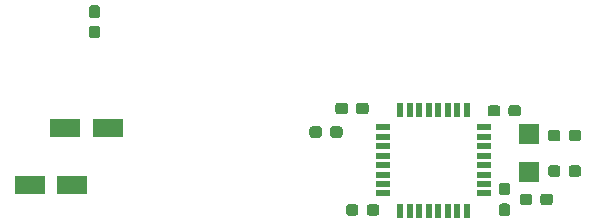
<source format=gbp>
G04 #@! TF.GenerationSoftware,KiCad,Pcbnew,(5.0.0-rc2-178-g3c7b91b96)*
G04 #@! TF.CreationDate,2018-10-30T10:49:57+01:00*
G04 #@! TF.ProjectId,pcb4,706362342E6B696361645F7063620000,1*
G04 #@! TF.SameCoordinates,Original*
G04 #@! TF.FileFunction,Paste,Bot*
G04 #@! TF.FilePolarity,Positive*
%FSLAX46Y46*%
G04 Gerber Fmt 4.6, Leading zero omitted, Abs format (unit mm)*
G04 Created by KiCad (PCBNEW (5.0.0-rc2-178-g3c7b91b96)) date 10/30/18 10:49:57*
%MOMM*%
%LPD*%
G01*
G04 APERTURE LIST*
%ADD10R,1.200000X0.600000*%
%ADD11R,0.600000X1.200000*%
%ADD12C,0.100000*%
%ADD13C,0.950000*%
%ADD14R,2.600000X1.600000*%
%ADD15R,1.800000X1.750000*%
G04 APERTURE END LIST*
D10*
G04 #@! TO.C,U2*
X103380000Y-94580000D03*
X103380000Y-95380000D03*
X103380000Y-96180000D03*
X103380000Y-96980000D03*
X103380000Y-97780000D03*
X103380000Y-98580000D03*
X103380000Y-99380000D03*
X103380000Y-100180000D03*
D11*
X101930000Y-101630000D03*
X101130000Y-101630000D03*
X100330000Y-101630000D03*
X99530000Y-101630000D03*
X98730000Y-101630000D03*
X97930000Y-101630000D03*
X97130000Y-101630000D03*
X96330000Y-101630000D03*
D10*
X94880000Y-100180000D03*
X94880000Y-99380000D03*
X94880000Y-98580000D03*
X94880000Y-97780000D03*
X94880000Y-96980000D03*
X94880000Y-96180000D03*
X94880000Y-95380000D03*
X94880000Y-94580000D03*
D11*
X96330000Y-93130000D03*
X97130000Y-93130000D03*
X97930000Y-93130000D03*
X98730000Y-93130000D03*
X99530000Y-93130000D03*
X100330000Y-93130000D03*
X101130000Y-93130000D03*
X101930000Y-93130000D03*
G04 #@! TD*
D12*
G04 #@! TO.C,R17*
G36*
X93415779Y-92506144D02*
X93438834Y-92509563D01*
X93461443Y-92515227D01*
X93483387Y-92523079D01*
X93504457Y-92533044D01*
X93524448Y-92545026D01*
X93543168Y-92558910D01*
X93560438Y-92574562D01*
X93576090Y-92591832D01*
X93589974Y-92610552D01*
X93601956Y-92630543D01*
X93611921Y-92651613D01*
X93619773Y-92673557D01*
X93625437Y-92696166D01*
X93628856Y-92719221D01*
X93630000Y-92742500D01*
X93630000Y-93217500D01*
X93628856Y-93240779D01*
X93625437Y-93263834D01*
X93619773Y-93286443D01*
X93611921Y-93308387D01*
X93601956Y-93329457D01*
X93589974Y-93349448D01*
X93576090Y-93368168D01*
X93560438Y-93385438D01*
X93543168Y-93401090D01*
X93524448Y-93414974D01*
X93504457Y-93426956D01*
X93483387Y-93436921D01*
X93461443Y-93444773D01*
X93438834Y-93450437D01*
X93415779Y-93453856D01*
X93392500Y-93455000D01*
X92817500Y-93455000D01*
X92794221Y-93453856D01*
X92771166Y-93450437D01*
X92748557Y-93444773D01*
X92726613Y-93436921D01*
X92705543Y-93426956D01*
X92685552Y-93414974D01*
X92666832Y-93401090D01*
X92649562Y-93385438D01*
X92633910Y-93368168D01*
X92620026Y-93349448D01*
X92608044Y-93329457D01*
X92598079Y-93308387D01*
X92590227Y-93286443D01*
X92584563Y-93263834D01*
X92581144Y-93240779D01*
X92580000Y-93217500D01*
X92580000Y-92742500D01*
X92581144Y-92719221D01*
X92584563Y-92696166D01*
X92590227Y-92673557D01*
X92598079Y-92651613D01*
X92608044Y-92630543D01*
X92620026Y-92610552D01*
X92633910Y-92591832D01*
X92649562Y-92574562D01*
X92666832Y-92558910D01*
X92685552Y-92545026D01*
X92705543Y-92533044D01*
X92726613Y-92523079D01*
X92748557Y-92515227D01*
X92771166Y-92509563D01*
X92794221Y-92506144D01*
X92817500Y-92505000D01*
X93392500Y-92505000D01*
X93415779Y-92506144D01*
X93415779Y-92506144D01*
G37*
D13*
X93105000Y-92980000D03*
D12*
G36*
X91665779Y-92506144D02*
X91688834Y-92509563D01*
X91711443Y-92515227D01*
X91733387Y-92523079D01*
X91754457Y-92533044D01*
X91774448Y-92545026D01*
X91793168Y-92558910D01*
X91810438Y-92574562D01*
X91826090Y-92591832D01*
X91839974Y-92610552D01*
X91851956Y-92630543D01*
X91861921Y-92651613D01*
X91869773Y-92673557D01*
X91875437Y-92696166D01*
X91878856Y-92719221D01*
X91880000Y-92742500D01*
X91880000Y-93217500D01*
X91878856Y-93240779D01*
X91875437Y-93263834D01*
X91869773Y-93286443D01*
X91861921Y-93308387D01*
X91851956Y-93329457D01*
X91839974Y-93349448D01*
X91826090Y-93368168D01*
X91810438Y-93385438D01*
X91793168Y-93401090D01*
X91774448Y-93414974D01*
X91754457Y-93426956D01*
X91733387Y-93436921D01*
X91711443Y-93444773D01*
X91688834Y-93450437D01*
X91665779Y-93453856D01*
X91642500Y-93455000D01*
X91067500Y-93455000D01*
X91044221Y-93453856D01*
X91021166Y-93450437D01*
X90998557Y-93444773D01*
X90976613Y-93436921D01*
X90955543Y-93426956D01*
X90935552Y-93414974D01*
X90916832Y-93401090D01*
X90899562Y-93385438D01*
X90883910Y-93368168D01*
X90870026Y-93349448D01*
X90858044Y-93329457D01*
X90848079Y-93308387D01*
X90840227Y-93286443D01*
X90834563Y-93263834D01*
X90831144Y-93240779D01*
X90830000Y-93217500D01*
X90830000Y-92742500D01*
X90831144Y-92719221D01*
X90834563Y-92696166D01*
X90840227Y-92673557D01*
X90848079Y-92651613D01*
X90858044Y-92630543D01*
X90870026Y-92610552D01*
X90883910Y-92591832D01*
X90899562Y-92574562D01*
X90916832Y-92558910D01*
X90935552Y-92545026D01*
X90955543Y-92533044D01*
X90976613Y-92523079D01*
X90998557Y-92515227D01*
X91021166Y-92509563D01*
X91044221Y-92506144D01*
X91067500Y-92505000D01*
X91642500Y-92505000D01*
X91665779Y-92506144D01*
X91665779Y-92506144D01*
G37*
D13*
X91355000Y-92980000D03*
G04 #@! TD*
D12*
G04 #@! TO.C,R18*
G36*
X89465779Y-94506144D02*
X89488834Y-94509563D01*
X89511443Y-94515227D01*
X89533387Y-94523079D01*
X89554457Y-94533044D01*
X89574448Y-94545026D01*
X89593168Y-94558910D01*
X89610438Y-94574562D01*
X89626090Y-94591832D01*
X89639974Y-94610552D01*
X89651956Y-94630543D01*
X89661921Y-94651613D01*
X89669773Y-94673557D01*
X89675437Y-94696166D01*
X89678856Y-94719221D01*
X89680000Y-94742500D01*
X89680000Y-95217500D01*
X89678856Y-95240779D01*
X89675437Y-95263834D01*
X89669773Y-95286443D01*
X89661921Y-95308387D01*
X89651956Y-95329457D01*
X89639974Y-95349448D01*
X89626090Y-95368168D01*
X89610438Y-95385438D01*
X89593168Y-95401090D01*
X89574448Y-95414974D01*
X89554457Y-95426956D01*
X89533387Y-95436921D01*
X89511443Y-95444773D01*
X89488834Y-95450437D01*
X89465779Y-95453856D01*
X89442500Y-95455000D01*
X88867500Y-95455000D01*
X88844221Y-95453856D01*
X88821166Y-95450437D01*
X88798557Y-95444773D01*
X88776613Y-95436921D01*
X88755543Y-95426956D01*
X88735552Y-95414974D01*
X88716832Y-95401090D01*
X88699562Y-95385438D01*
X88683910Y-95368168D01*
X88670026Y-95349448D01*
X88658044Y-95329457D01*
X88648079Y-95308387D01*
X88640227Y-95286443D01*
X88634563Y-95263834D01*
X88631144Y-95240779D01*
X88630000Y-95217500D01*
X88630000Y-94742500D01*
X88631144Y-94719221D01*
X88634563Y-94696166D01*
X88640227Y-94673557D01*
X88648079Y-94651613D01*
X88658044Y-94630543D01*
X88670026Y-94610552D01*
X88683910Y-94591832D01*
X88699562Y-94574562D01*
X88716832Y-94558910D01*
X88735552Y-94545026D01*
X88755543Y-94533044D01*
X88776613Y-94523079D01*
X88798557Y-94515227D01*
X88821166Y-94509563D01*
X88844221Y-94506144D01*
X88867500Y-94505000D01*
X89442500Y-94505000D01*
X89465779Y-94506144D01*
X89465779Y-94506144D01*
G37*
D13*
X89155000Y-94980000D03*
D12*
G36*
X91215779Y-94506144D02*
X91238834Y-94509563D01*
X91261443Y-94515227D01*
X91283387Y-94523079D01*
X91304457Y-94533044D01*
X91324448Y-94545026D01*
X91343168Y-94558910D01*
X91360438Y-94574562D01*
X91376090Y-94591832D01*
X91389974Y-94610552D01*
X91401956Y-94630543D01*
X91411921Y-94651613D01*
X91419773Y-94673557D01*
X91425437Y-94696166D01*
X91428856Y-94719221D01*
X91430000Y-94742500D01*
X91430000Y-95217500D01*
X91428856Y-95240779D01*
X91425437Y-95263834D01*
X91419773Y-95286443D01*
X91411921Y-95308387D01*
X91401956Y-95329457D01*
X91389974Y-95349448D01*
X91376090Y-95368168D01*
X91360438Y-95385438D01*
X91343168Y-95401090D01*
X91324448Y-95414974D01*
X91304457Y-95426956D01*
X91283387Y-95436921D01*
X91261443Y-95444773D01*
X91238834Y-95450437D01*
X91215779Y-95453856D01*
X91192500Y-95455000D01*
X90617500Y-95455000D01*
X90594221Y-95453856D01*
X90571166Y-95450437D01*
X90548557Y-95444773D01*
X90526613Y-95436921D01*
X90505543Y-95426956D01*
X90485552Y-95414974D01*
X90466832Y-95401090D01*
X90449562Y-95385438D01*
X90433910Y-95368168D01*
X90420026Y-95349448D01*
X90408044Y-95329457D01*
X90398079Y-95308387D01*
X90390227Y-95286443D01*
X90384563Y-95263834D01*
X90381144Y-95240779D01*
X90380000Y-95217500D01*
X90380000Y-94742500D01*
X90381144Y-94719221D01*
X90384563Y-94696166D01*
X90390227Y-94673557D01*
X90398079Y-94651613D01*
X90408044Y-94630543D01*
X90420026Y-94610552D01*
X90433910Y-94591832D01*
X90449562Y-94574562D01*
X90466832Y-94558910D01*
X90485552Y-94545026D01*
X90505543Y-94533044D01*
X90526613Y-94523079D01*
X90548557Y-94515227D01*
X90571166Y-94509563D01*
X90594221Y-94506144D01*
X90617500Y-94505000D01*
X91192500Y-94505000D01*
X91215779Y-94506144D01*
X91215779Y-94506144D01*
G37*
D13*
X90905000Y-94980000D03*
G04 #@! TD*
D14*
G04 #@! TO.C,C2*
X64930000Y-99480000D03*
X68530000Y-99480000D03*
G04 #@! TD*
G04 #@! TO.C,C1*
X67930000Y-94680000D03*
X71530000Y-94680000D03*
G04 #@! TD*
D12*
G04 #@! TO.C,C10*
G36*
X70690779Y-84261144D02*
X70713834Y-84264563D01*
X70736443Y-84270227D01*
X70758387Y-84278079D01*
X70779457Y-84288044D01*
X70799448Y-84300026D01*
X70818168Y-84313910D01*
X70835438Y-84329562D01*
X70851090Y-84346832D01*
X70864974Y-84365552D01*
X70876956Y-84385543D01*
X70886921Y-84406613D01*
X70894773Y-84428557D01*
X70900437Y-84451166D01*
X70903856Y-84474221D01*
X70905000Y-84497500D01*
X70905000Y-85072500D01*
X70903856Y-85095779D01*
X70900437Y-85118834D01*
X70894773Y-85141443D01*
X70886921Y-85163387D01*
X70876956Y-85184457D01*
X70864974Y-85204448D01*
X70851090Y-85223168D01*
X70835438Y-85240438D01*
X70818168Y-85256090D01*
X70799448Y-85269974D01*
X70779457Y-85281956D01*
X70758387Y-85291921D01*
X70736443Y-85299773D01*
X70713834Y-85305437D01*
X70690779Y-85308856D01*
X70667500Y-85310000D01*
X70192500Y-85310000D01*
X70169221Y-85308856D01*
X70146166Y-85305437D01*
X70123557Y-85299773D01*
X70101613Y-85291921D01*
X70080543Y-85281956D01*
X70060552Y-85269974D01*
X70041832Y-85256090D01*
X70024562Y-85240438D01*
X70008910Y-85223168D01*
X69995026Y-85204448D01*
X69983044Y-85184457D01*
X69973079Y-85163387D01*
X69965227Y-85141443D01*
X69959563Y-85118834D01*
X69956144Y-85095779D01*
X69955000Y-85072500D01*
X69955000Y-84497500D01*
X69956144Y-84474221D01*
X69959563Y-84451166D01*
X69965227Y-84428557D01*
X69973079Y-84406613D01*
X69983044Y-84385543D01*
X69995026Y-84365552D01*
X70008910Y-84346832D01*
X70024562Y-84329562D01*
X70041832Y-84313910D01*
X70060552Y-84300026D01*
X70080543Y-84288044D01*
X70101613Y-84278079D01*
X70123557Y-84270227D01*
X70146166Y-84264563D01*
X70169221Y-84261144D01*
X70192500Y-84260000D01*
X70667500Y-84260000D01*
X70690779Y-84261144D01*
X70690779Y-84261144D01*
G37*
D13*
X70430000Y-84785000D03*
D12*
G36*
X70690779Y-86011144D02*
X70713834Y-86014563D01*
X70736443Y-86020227D01*
X70758387Y-86028079D01*
X70779457Y-86038044D01*
X70799448Y-86050026D01*
X70818168Y-86063910D01*
X70835438Y-86079562D01*
X70851090Y-86096832D01*
X70864974Y-86115552D01*
X70876956Y-86135543D01*
X70886921Y-86156613D01*
X70894773Y-86178557D01*
X70900437Y-86201166D01*
X70903856Y-86224221D01*
X70905000Y-86247500D01*
X70905000Y-86822500D01*
X70903856Y-86845779D01*
X70900437Y-86868834D01*
X70894773Y-86891443D01*
X70886921Y-86913387D01*
X70876956Y-86934457D01*
X70864974Y-86954448D01*
X70851090Y-86973168D01*
X70835438Y-86990438D01*
X70818168Y-87006090D01*
X70799448Y-87019974D01*
X70779457Y-87031956D01*
X70758387Y-87041921D01*
X70736443Y-87049773D01*
X70713834Y-87055437D01*
X70690779Y-87058856D01*
X70667500Y-87060000D01*
X70192500Y-87060000D01*
X70169221Y-87058856D01*
X70146166Y-87055437D01*
X70123557Y-87049773D01*
X70101613Y-87041921D01*
X70080543Y-87031956D01*
X70060552Y-87019974D01*
X70041832Y-87006090D01*
X70024562Y-86990438D01*
X70008910Y-86973168D01*
X69995026Y-86954448D01*
X69983044Y-86934457D01*
X69973079Y-86913387D01*
X69965227Y-86891443D01*
X69959563Y-86868834D01*
X69956144Y-86845779D01*
X69955000Y-86822500D01*
X69955000Y-86247500D01*
X69956144Y-86224221D01*
X69959563Y-86201166D01*
X69965227Y-86178557D01*
X69973079Y-86156613D01*
X69983044Y-86135543D01*
X69995026Y-86115552D01*
X70008910Y-86096832D01*
X70024562Y-86079562D01*
X70041832Y-86063910D01*
X70060552Y-86050026D01*
X70080543Y-86038044D01*
X70101613Y-86028079D01*
X70123557Y-86020227D01*
X70146166Y-86014563D01*
X70169221Y-86011144D01*
X70192500Y-86010000D01*
X70667500Y-86010000D01*
X70690779Y-86011144D01*
X70690779Y-86011144D01*
G37*
D13*
X70430000Y-86535000D03*
G04 #@! TD*
D12*
G04 #@! TO.C,C8*
G36*
X111415779Y-97806144D02*
X111438834Y-97809563D01*
X111461443Y-97815227D01*
X111483387Y-97823079D01*
X111504457Y-97833044D01*
X111524448Y-97845026D01*
X111543168Y-97858910D01*
X111560438Y-97874562D01*
X111576090Y-97891832D01*
X111589974Y-97910552D01*
X111601956Y-97930543D01*
X111611921Y-97951613D01*
X111619773Y-97973557D01*
X111625437Y-97996166D01*
X111628856Y-98019221D01*
X111630000Y-98042500D01*
X111630000Y-98517500D01*
X111628856Y-98540779D01*
X111625437Y-98563834D01*
X111619773Y-98586443D01*
X111611921Y-98608387D01*
X111601956Y-98629457D01*
X111589974Y-98649448D01*
X111576090Y-98668168D01*
X111560438Y-98685438D01*
X111543168Y-98701090D01*
X111524448Y-98714974D01*
X111504457Y-98726956D01*
X111483387Y-98736921D01*
X111461443Y-98744773D01*
X111438834Y-98750437D01*
X111415779Y-98753856D01*
X111392500Y-98755000D01*
X110817500Y-98755000D01*
X110794221Y-98753856D01*
X110771166Y-98750437D01*
X110748557Y-98744773D01*
X110726613Y-98736921D01*
X110705543Y-98726956D01*
X110685552Y-98714974D01*
X110666832Y-98701090D01*
X110649562Y-98685438D01*
X110633910Y-98668168D01*
X110620026Y-98649448D01*
X110608044Y-98629457D01*
X110598079Y-98608387D01*
X110590227Y-98586443D01*
X110584563Y-98563834D01*
X110581144Y-98540779D01*
X110580000Y-98517500D01*
X110580000Y-98042500D01*
X110581144Y-98019221D01*
X110584563Y-97996166D01*
X110590227Y-97973557D01*
X110598079Y-97951613D01*
X110608044Y-97930543D01*
X110620026Y-97910552D01*
X110633910Y-97891832D01*
X110649562Y-97874562D01*
X110666832Y-97858910D01*
X110685552Y-97845026D01*
X110705543Y-97833044D01*
X110726613Y-97823079D01*
X110748557Y-97815227D01*
X110771166Y-97809563D01*
X110794221Y-97806144D01*
X110817500Y-97805000D01*
X111392500Y-97805000D01*
X111415779Y-97806144D01*
X111415779Y-97806144D01*
G37*
D13*
X111105000Y-98280000D03*
D12*
G36*
X109665779Y-97806144D02*
X109688834Y-97809563D01*
X109711443Y-97815227D01*
X109733387Y-97823079D01*
X109754457Y-97833044D01*
X109774448Y-97845026D01*
X109793168Y-97858910D01*
X109810438Y-97874562D01*
X109826090Y-97891832D01*
X109839974Y-97910552D01*
X109851956Y-97930543D01*
X109861921Y-97951613D01*
X109869773Y-97973557D01*
X109875437Y-97996166D01*
X109878856Y-98019221D01*
X109880000Y-98042500D01*
X109880000Y-98517500D01*
X109878856Y-98540779D01*
X109875437Y-98563834D01*
X109869773Y-98586443D01*
X109861921Y-98608387D01*
X109851956Y-98629457D01*
X109839974Y-98649448D01*
X109826090Y-98668168D01*
X109810438Y-98685438D01*
X109793168Y-98701090D01*
X109774448Y-98714974D01*
X109754457Y-98726956D01*
X109733387Y-98736921D01*
X109711443Y-98744773D01*
X109688834Y-98750437D01*
X109665779Y-98753856D01*
X109642500Y-98755000D01*
X109067500Y-98755000D01*
X109044221Y-98753856D01*
X109021166Y-98750437D01*
X108998557Y-98744773D01*
X108976613Y-98736921D01*
X108955543Y-98726956D01*
X108935552Y-98714974D01*
X108916832Y-98701090D01*
X108899562Y-98685438D01*
X108883910Y-98668168D01*
X108870026Y-98649448D01*
X108858044Y-98629457D01*
X108848079Y-98608387D01*
X108840227Y-98586443D01*
X108834563Y-98563834D01*
X108831144Y-98540779D01*
X108830000Y-98517500D01*
X108830000Y-98042500D01*
X108831144Y-98019221D01*
X108834563Y-97996166D01*
X108840227Y-97973557D01*
X108848079Y-97951613D01*
X108858044Y-97930543D01*
X108870026Y-97910552D01*
X108883910Y-97891832D01*
X108899562Y-97874562D01*
X108916832Y-97858910D01*
X108935552Y-97845026D01*
X108955543Y-97833044D01*
X108976613Y-97823079D01*
X108998557Y-97815227D01*
X109021166Y-97809563D01*
X109044221Y-97806144D01*
X109067500Y-97805000D01*
X109642500Y-97805000D01*
X109665779Y-97806144D01*
X109665779Y-97806144D01*
G37*
D13*
X109355000Y-98280000D03*
G04 #@! TD*
D12*
G04 #@! TO.C,C7*
G36*
X109665779Y-94806144D02*
X109688834Y-94809563D01*
X109711443Y-94815227D01*
X109733387Y-94823079D01*
X109754457Y-94833044D01*
X109774448Y-94845026D01*
X109793168Y-94858910D01*
X109810438Y-94874562D01*
X109826090Y-94891832D01*
X109839974Y-94910552D01*
X109851956Y-94930543D01*
X109861921Y-94951613D01*
X109869773Y-94973557D01*
X109875437Y-94996166D01*
X109878856Y-95019221D01*
X109880000Y-95042500D01*
X109880000Y-95517500D01*
X109878856Y-95540779D01*
X109875437Y-95563834D01*
X109869773Y-95586443D01*
X109861921Y-95608387D01*
X109851956Y-95629457D01*
X109839974Y-95649448D01*
X109826090Y-95668168D01*
X109810438Y-95685438D01*
X109793168Y-95701090D01*
X109774448Y-95714974D01*
X109754457Y-95726956D01*
X109733387Y-95736921D01*
X109711443Y-95744773D01*
X109688834Y-95750437D01*
X109665779Y-95753856D01*
X109642500Y-95755000D01*
X109067500Y-95755000D01*
X109044221Y-95753856D01*
X109021166Y-95750437D01*
X108998557Y-95744773D01*
X108976613Y-95736921D01*
X108955543Y-95726956D01*
X108935552Y-95714974D01*
X108916832Y-95701090D01*
X108899562Y-95685438D01*
X108883910Y-95668168D01*
X108870026Y-95649448D01*
X108858044Y-95629457D01*
X108848079Y-95608387D01*
X108840227Y-95586443D01*
X108834563Y-95563834D01*
X108831144Y-95540779D01*
X108830000Y-95517500D01*
X108830000Y-95042500D01*
X108831144Y-95019221D01*
X108834563Y-94996166D01*
X108840227Y-94973557D01*
X108848079Y-94951613D01*
X108858044Y-94930543D01*
X108870026Y-94910552D01*
X108883910Y-94891832D01*
X108899562Y-94874562D01*
X108916832Y-94858910D01*
X108935552Y-94845026D01*
X108955543Y-94833044D01*
X108976613Y-94823079D01*
X108998557Y-94815227D01*
X109021166Y-94809563D01*
X109044221Y-94806144D01*
X109067500Y-94805000D01*
X109642500Y-94805000D01*
X109665779Y-94806144D01*
X109665779Y-94806144D01*
G37*
D13*
X109355000Y-95280000D03*
D12*
G36*
X111415779Y-94806144D02*
X111438834Y-94809563D01*
X111461443Y-94815227D01*
X111483387Y-94823079D01*
X111504457Y-94833044D01*
X111524448Y-94845026D01*
X111543168Y-94858910D01*
X111560438Y-94874562D01*
X111576090Y-94891832D01*
X111589974Y-94910552D01*
X111601956Y-94930543D01*
X111611921Y-94951613D01*
X111619773Y-94973557D01*
X111625437Y-94996166D01*
X111628856Y-95019221D01*
X111630000Y-95042500D01*
X111630000Y-95517500D01*
X111628856Y-95540779D01*
X111625437Y-95563834D01*
X111619773Y-95586443D01*
X111611921Y-95608387D01*
X111601956Y-95629457D01*
X111589974Y-95649448D01*
X111576090Y-95668168D01*
X111560438Y-95685438D01*
X111543168Y-95701090D01*
X111524448Y-95714974D01*
X111504457Y-95726956D01*
X111483387Y-95736921D01*
X111461443Y-95744773D01*
X111438834Y-95750437D01*
X111415779Y-95753856D01*
X111392500Y-95755000D01*
X110817500Y-95755000D01*
X110794221Y-95753856D01*
X110771166Y-95750437D01*
X110748557Y-95744773D01*
X110726613Y-95736921D01*
X110705543Y-95726956D01*
X110685552Y-95714974D01*
X110666832Y-95701090D01*
X110649562Y-95685438D01*
X110633910Y-95668168D01*
X110620026Y-95649448D01*
X110608044Y-95629457D01*
X110598079Y-95608387D01*
X110590227Y-95586443D01*
X110584563Y-95563834D01*
X110581144Y-95540779D01*
X110580000Y-95517500D01*
X110580000Y-95042500D01*
X110581144Y-95019221D01*
X110584563Y-94996166D01*
X110590227Y-94973557D01*
X110598079Y-94951613D01*
X110608044Y-94930543D01*
X110620026Y-94910552D01*
X110633910Y-94891832D01*
X110649562Y-94874562D01*
X110666832Y-94858910D01*
X110685552Y-94845026D01*
X110705543Y-94833044D01*
X110726613Y-94823079D01*
X110748557Y-94815227D01*
X110771166Y-94809563D01*
X110794221Y-94806144D01*
X110817500Y-94805000D01*
X111392500Y-94805000D01*
X111415779Y-94806144D01*
X111415779Y-94806144D01*
G37*
D13*
X111105000Y-95280000D03*
G04 #@! TD*
D12*
G04 #@! TO.C,C5*
G36*
X105390779Y-101031144D02*
X105413834Y-101034563D01*
X105436443Y-101040227D01*
X105458387Y-101048079D01*
X105479457Y-101058044D01*
X105499448Y-101070026D01*
X105518168Y-101083910D01*
X105535438Y-101099562D01*
X105551090Y-101116832D01*
X105564974Y-101135552D01*
X105576956Y-101155543D01*
X105586921Y-101176613D01*
X105594773Y-101198557D01*
X105600437Y-101221166D01*
X105603856Y-101244221D01*
X105605000Y-101267500D01*
X105605000Y-101842500D01*
X105603856Y-101865779D01*
X105600437Y-101888834D01*
X105594773Y-101911443D01*
X105586921Y-101933387D01*
X105576956Y-101954457D01*
X105564974Y-101974448D01*
X105551090Y-101993168D01*
X105535438Y-102010438D01*
X105518168Y-102026090D01*
X105499448Y-102039974D01*
X105479457Y-102051956D01*
X105458387Y-102061921D01*
X105436443Y-102069773D01*
X105413834Y-102075437D01*
X105390779Y-102078856D01*
X105367500Y-102080000D01*
X104892500Y-102080000D01*
X104869221Y-102078856D01*
X104846166Y-102075437D01*
X104823557Y-102069773D01*
X104801613Y-102061921D01*
X104780543Y-102051956D01*
X104760552Y-102039974D01*
X104741832Y-102026090D01*
X104724562Y-102010438D01*
X104708910Y-101993168D01*
X104695026Y-101974448D01*
X104683044Y-101954457D01*
X104673079Y-101933387D01*
X104665227Y-101911443D01*
X104659563Y-101888834D01*
X104656144Y-101865779D01*
X104655000Y-101842500D01*
X104655000Y-101267500D01*
X104656144Y-101244221D01*
X104659563Y-101221166D01*
X104665227Y-101198557D01*
X104673079Y-101176613D01*
X104683044Y-101155543D01*
X104695026Y-101135552D01*
X104708910Y-101116832D01*
X104724562Y-101099562D01*
X104741832Y-101083910D01*
X104760552Y-101070026D01*
X104780543Y-101058044D01*
X104801613Y-101048079D01*
X104823557Y-101040227D01*
X104846166Y-101034563D01*
X104869221Y-101031144D01*
X104892500Y-101030000D01*
X105367500Y-101030000D01*
X105390779Y-101031144D01*
X105390779Y-101031144D01*
G37*
D13*
X105130000Y-101555000D03*
D12*
G36*
X105390779Y-99281144D02*
X105413834Y-99284563D01*
X105436443Y-99290227D01*
X105458387Y-99298079D01*
X105479457Y-99308044D01*
X105499448Y-99320026D01*
X105518168Y-99333910D01*
X105535438Y-99349562D01*
X105551090Y-99366832D01*
X105564974Y-99385552D01*
X105576956Y-99405543D01*
X105586921Y-99426613D01*
X105594773Y-99448557D01*
X105600437Y-99471166D01*
X105603856Y-99494221D01*
X105605000Y-99517500D01*
X105605000Y-100092500D01*
X105603856Y-100115779D01*
X105600437Y-100138834D01*
X105594773Y-100161443D01*
X105586921Y-100183387D01*
X105576956Y-100204457D01*
X105564974Y-100224448D01*
X105551090Y-100243168D01*
X105535438Y-100260438D01*
X105518168Y-100276090D01*
X105499448Y-100289974D01*
X105479457Y-100301956D01*
X105458387Y-100311921D01*
X105436443Y-100319773D01*
X105413834Y-100325437D01*
X105390779Y-100328856D01*
X105367500Y-100330000D01*
X104892500Y-100330000D01*
X104869221Y-100328856D01*
X104846166Y-100325437D01*
X104823557Y-100319773D01*
X104801613Y-100311921D01*
X104780543Y-100301956D01*
X104760552Y-100289974D01*
X104741832Y-100276090D01*
X104724562Y-100260438D01*
X104708910Y-100243168D01*
X104695026Y-100224448D01*
X104683044Y-100204457D01*
X104673079Y-100183387D01*
X104665227Y-100161443D01*
X104659563Y-100138834D01*
X104656144Y-100115779D01*
X104655000Y-100092500D01*
X104655000Y-99517500D01*
X104656144Y-99494221D01*
X104659563Y-99471166D01*
X104665227Y-99448557D01*
X104673079Y-99426613D01*
X104683044Y-99405543D01*
X104695026Y-99385552D01*
X104708910Y-99366832D01*
X104724562Y-99349562D01*
X104741832Y-99333910D01*
X104760552Y-99320026D01*
X104780543Y-99308044D01*
X104801613Y-99298079D01*
X104823557Y-99290227D01*
X104846166Y-99284563D01*
X104869221Y-99281144D01*
X104892500Y-99280000D01*
X105367500Y-99280000D01*
X105390779Y-99281144D01*
X105390779Y-99281144D01*
G37*
D13*
X105130000Y-99805000D03*
G04 #@! TD*
D12*
G04 #@! TO.C,C4*
G36*
X92565779Y-101106144D02*
X92588834Y-101109563D01*
X92611443Y-101115227D01*
X92633387Y-101123079D01*
X92654457Y-101133044D01*
X92674448Y-101145026D01*
X92693168Y-101158910D01*
X92710438Y-101174562D01*
X92726090Y-101191832D01*
X92739974Y-101210552D01*
X92751956Y-101230543D01*
X92761921Y-101251613D01*
X92769773Y-101273557D01*
X92775437Y-101296166D01*
X92778856Y-101319221D01*
X92780000Y-101342500D01*
X92780000Y-101817500D01*
X92778856Y-101840779D01*
X92775437Y-101863834D01*
X92769773Y-101886443D01*
X92761921Y-101908387D01*
X92751956Y-101929457D01*
X92739974Y-101949448D01*
X92726090Y-101968168D01*
X92710438Y-101985438D01*
X92693168Y-102001090D01*
X92674448Y-102014974D01*
X92654457Y-102026956D01*
X92633387Y-102036921D01*
X92611443Y-102044773D01*
X92588834Y-102050437D01*
X92565779Y-102053856D01*
X92542500Y-102055000D01*
X91967500Y-102055000D01*
X91944221Y-102053856D01*
X91921166Y-102050437D01*
X91898557Y-102044773D01*
X91876613Y-102036921D01*
X91855543Y-102026956D01*
X91835552Y-102014974D01*
X91816832Y-102001090D01*
X91799562Y-101985438D01*
X91783910Y-101968168D01*
X91770026Y-101949448D01*
X91758044Y-101929457D01*
X91748079Y-101908387D01*
X91740227Y-101886443D01*
X91734563Y-101863834D01*
X91731144Y-101840779D01*
X91730000Y-101817500D01*
X91730000Y-101342500D01*
X91731144Y-101319221D01*
X91734563Y-101296166D01*
X91740227Y-101273557D01*
X91748079Y-101251613D01*
X91758044Y-101230543D01*
X91770026Y-101210552D01*
X91783910Y-101191832D01*
X91799562Y-101174562D01*
X91816832Y-101158910D01*
X91835552Y-101145026D01*
X91855543Y-101133044D01*
X91876613Y-101123079D01*
X91898557Y-101115227D01*
X91921166Y-101109563D01*
X91944221Y-101106144D01*
X91967500Y-101105000D01*
X92542500Y-101105000D01*
X92565779Y-101106144D01*
X92565779Y-101106144D01*
G37*
D13*
X92255000Y-101580000D03*
D12*
G36*
X94315779Y-101106144D02*
X94338834Y-101109563D01*
X94361443Y-101115227D01*
X94383387Y-101123079D01*
X94404457Y-101133044D01*
X94424448Y-101145026D01*
X94443168Y-101158910D01*
X94460438Y-101174562D01*
X94476090Y-101191832D01*
X94489974Y-101210552D01*
X94501956Y-101230543D01*
X94511921Y-101251613D01*
X94519773Y-101273557D01*
X94525437Y-101296166D01*
X94528856Y-101319221D01*
X94530000Y-101342500D01*
X94530000Y-101817500D01*
X94528856Y-101840779D01*
X94525437Y-101863834D01*
X94519773Y-101886443D01*
X94511921Y-101908387D01*
X94501956Y-101929457D01*
X94489974Y-101949448D01*
X94476090Y-101968168D01*
X94460438Y-101985438D01*
X94443168Y-102001090D01*
X94424448Y-102014974D01*
X94404457Y-102026956D01*
X94383387Y-102036921D01*
X94361443Y-102044773D01*
X94338834Y-102050437D01*
X94315779Y-102053856D01*
X94292500Y-102055000D01*
X93717500Y-102055000D01*
X93694221Y-102053856D01*
X93671166Y-102050437D01*
X93648557Y-102044773D01*
X93626613Y-102036921D01*
X93605543Y-102026956D01*
X93585552Y-102014974D01*
X93566832Y-102001090D01*
X93549562Y-101985438D01*
X93533910Y-101968168D01*
X93520026Y-101949448D01*
X93508044Y-101929457D01*
X93498079Y-101908387D01*
X93490227Y-101886443D01*
X93484563Y-101863834D01*
X93481144Y-101840779D01*
X93480000Y-101817500D01*
X93480000Y-101342500D01*
X93481144Y-101319221D01*
X93484563Y-101296166D01*
X93490227Y-101273557D01*
X93498079Y-101251613D01*
X93508044Y-101230543D01*
X93520026Y-101210552D01*
X93533910Y-101191832D01*
X93549562Y-101174562D01*
X93566832Y-101158910D01*
X93585552Y-101145026D01*
X93605543Y-101133044D01*
X93626613Y-101123079D01*
X93648557Y-101115227D01*
X93671166Y-101109563D01*
X93694221Y-101106144D01*
X93717500Y-101105000D01*
X94292500Y-101105000D01*
X94315779Y-101106144D01*
X94315779Y-101106144D01*
G37*
D13*
X94005000Y-101580000D03*
G04 #@! TD*
D12*
G04 #@! TO.C,C3*
G36*
X106315779Y-92706144D02*
X106338834Y-92709563D01*
X106361443Y-92715227D01*
X106383387Y-92723079D01*
X106404457Y-92733044D01*
X106424448Y-92745026D01*
X106443168Y-92758910D01*
X106460438Y-92774562D01*
X106476090Y-92791832D01*
X106489974Y-92810552D01*
X106501956Y-92830543D01*
X106511921Y-92851613D01*
X106519773Y-92873557D01*
X106525437Y-92896166D01*
X106528856Y-92919221D01*
X106530000Y-92942500D01*
X106530000Y-93417500D01*
X106528856Y-93440779D01*
X106525437Y-93463834D01*
X106519773Y-93486443D01*
X106511921Y-93508387D01*
X106501956Y-93529457D01*
X106489974Y-93549448D01*
X106476090Y-93568168D01*
X106460438Y-93585438D01*
X106443168Y-93601090D01*
X106424448Y-93614974D01*
X106404457Y-93626956D01*
X106383387Y-93636921D01*
X106361443Y-93644773D01*
X106338834Y-93650437D01*
X106315779Y-93653856D01*
X106292500Y-93655000D01*
X105717500Y-93655000D01*
X105694221Y-93653856D01*
X105671166Y-93650437D01*
X105648557Y-93644773D01*
X105626613Y-93636921D01*
X105605543Y-93626956D01*
X105585552Y-93614974D01*
X105566832Y-93601090D01*
X105549562Y-93585438D01*
X105533910Y-93568168D01*
X105520026Y-93549448D01*
X105508044Y-93529457D01*
X105498079Y-93508387D01*
X105490227Y-93486443D01*
X105484563Y-93463834D01*
X105481144Y-93440779D01*
X105480000Y-93417500D01*
X105480000Y-92942500D01*
X105481144Y-92919221D01*
X105484563Y-92896166D01*
X105490227Y-92873557D01*
X105498079Y-92851613D01*
X105508044Y-92830543D01*
X105520026Y-92810552D01*
X105533910Y-92791832D01*
X105549562Y-92774562D01*
X105566832Y-92758910D01*
X105585552Y-92745026D01*
X105605543Y-92733044D01*
X105626613Y-92723079D01*
X105648557Y-92715227D01*
X105671166Y-92709563D01*
X105694221Y-92706144D01*
X105717500Y-92705000D01*
X106292500Y-92705000D01*
X106315779Y-92706144D01*
X106315779Y-92706144D01*
G37*
D13*
X106005000Y-93180000D03*
D12*
G36*
X104565779Y-92706144D02*
X104588834Y-92709563D01*
X104611443Y-92715227D01*
X104633387Y-92723079D01*
X104654457Y-92733044D01*
X104674448Y-92745026D01*
X104693168Y-92758910D01*
X104710438Y-92774562D01*
X104726090Y-92791832D01*
X104739974Y-92810552D01*
X104751956Y-92830543D01*
X104761921Y-92851613D01*
X104769773Y-92873557D01*
X104775437Y-92896166D01*
X104778856Y-92919221D01*
X104780000Y-92942500D01*
X104780000Y-93417500D01*
X104778856Y-93440779D01*
X104775437Y-93463834D01*
X104769773Y-93486443D01*
X104761921Y-93508387D01*
X104751956Y-93529457D01*
X104739974Y-93549448D01*
X104726090Y-93568168D01*
X104710438Y-93585438D01*
X104693168Y-93601090D01*
X104674448Y-93614974D01*
X104654457Y-93626956D01*
X104633387Y-93636921D01*
X104611443Y-93644773D01*
X104588834Y-93650437D01*
X104565779Y-93653856D01*
X104542500Y-93655000D01*
X103967500Y-93655000D01*
X103944221Y-93653856D01*
X103921166Y-93650437D01*
X103898557Y-93644773D01*
X103876613Y-93636921D01*
X103855543Y-93626956D01*
X103835552Y-93614974D01*
X103816832Y-93601090D01*
X103799562Y-93585438D01*
X103783910Y-93568168D01*
X103770026Y-93549448D01*
X103758044Y-93529457D01*
X103748079Y-93508387D01*
X103740227Y-93486443D01*
X103734563Y-93463834D01*
X103731144Y-93440779D01*
X103730000Y-93417500D01*
X103730000Y-92942500D01*
X103731144Y-92919221D01*
X103734563Y-92896166D01*
X103740227Y-92873557D01*
X103748079Y-92851613D01*
X103758044Y-92830543D01*
X103770026Y-92810552D01*
X103783910Y-92791832D01*
X103799562Y-92774562D01*
X103816832Y-92758910D01*
X103835552Y-92745026D01*
X103855543Y-92733044D01*
X103876613Y-92723079D01*
X103898557Y-92715227D01*
X103921166Y-92709563D01*
X103944221Y-92706144D01*
X103967500Y-92705000D01*
X104542500Y-92705000D01*
X104565779Y-92706144D01*
X104565779Y-92706144D01*
G37*
D13*
X104255000Y-93180000D03*
G04 #@! TD*
D15*
G04 #@! TO.C,Y1*
X107230000Y-95155000D03*
X107230000Y-98405000D03*
G04 #@! TD*
D12*
G04 #@! TO.C,L1*
G36*
X107265779Y-100206144D02*
X107288834Y-100209563D01*
X107311443Y-100215227D01*
X107333387Y-100223079D01*
X107354457Y-100233044D01*
X107374448Y-100245026D01*
X107393168Y-100258910D01*
X107410438Y-100274562D01*
X107426090Y-100291832D01*
X107439974Y-100310552D01*
X107451956Y-100330543D01*
X107461921Y-100351613D01*
X107469773Y-100373557D01*
X107475437Y-100396166D01*
X107478856Y-100419221D01*
X107480000Y-100442500D01*
X107480000Y-100917500D01*
X107478856Y-100940779D01*
X107475437Y-100963834D01*
X107469773Y-100986443D01*
X107461921Y-101008387D01*
X107451956Y-101029457D01*
X107439974Y-101049448D01*
X107426090Y-101068168D01*
X107410438Y-101085438D01*
X107393168Y-101101090D01*
X107374448Y-101114974D01*
X107354457Y-101126956D01*
X107333387Y-101136921D01*
X107311443Y-101144773D01*
X107288834Y-101150437D01*
X107265779Y-101153856D01*
X107242500Y-101155000D01*
X106667500Y-101155000D01*
X106644221Y-101153856D01*
X106621166Y-101150437D01*
X106598557Y-101144773D01*
X106576613Y-101136921D01*
X106555543Y-101126956D01*
X106535552Y-101114974D01*
X106516832Y-101101090D01*
X106499562Y-101085438D01*
X106483910Y-101068168D01*
X106470026Y-101049448D01*
X106458044Y-101029457D01*
X106448079Y-101008387D01*
X106440227Y-100986443D01*
X106434563Y-100963834D01*
X106431144Y-100940779D01*
X106430000Y-100917500D01*
X106430000Y-100442500D01*
X106431144Y-100419221D01*
X106434563Y-100396166D01*
X106440227Y-100373557D01*
X106448079Y-100351613D01*
X106458044Y-100330543D01*
X106470026Y-100310552D01*
X106483910Y-100291832D01*
X106499562Y-100274562D01*
X106516832Y-100258910D01*
X106535552Y-100245026D01*
X106555543Y-100233044D01*
X106576613Y-100223079D01*
X106598557Y-100215227D01*
X106621166Y-100209563D01*
X106644221Y-100206144D01*
X106667500Y-100205000D01*
X107242500Y-100205000D01*
X107265779Y-100206144D01*
X107265779Y-100206144D01*
G37*
D13*
X106955000Y-100680000D03*
D12*
G36*
X109015779Y-100206144D02*
X109038834Y-100209563D01*
X109061443Y-100215227D01*
X109083387Y-100223079D01*
X109104457Y-100233044D01*
X109124448Y-100245026D01*
X109143168Y-100258910D01*
X109160438Y-100274562D01*
X109176090Y-100291832D01*
X109189974Y-100310552D01*
X109201956Y-100330543D01*
X109211921Y-100351613D01*
X109219773Y-100373557D01*
X109225437Y-100396166D01*
X109228856Y-100419221D01*
X109230000Y-100442500D01*
X109230000Y-100917500D01*
X109228856Y-100940779D01*
X109225437Y-100963834D01*
X109219773Y-100986443D01*
X109211921Y-101008387D01*
X109201956Y-101029457D01*
X109189974Y-101049448D01*
X109176090Y-101068168D01*
X109160438Y-101085438D01*
X109143168Y-101101090D01*
X109124448Y-101114974D01*
X109104457Y-101126956D01*
X109083387Y-101136921D01*
X109061443Y-101144773D01*
X109038834Y-101150437D01*
X109015779Y-101153856D01*
X108992500Y-101155000D01*
X108417500Y-101155000D01*
X108394221Y-101153856D01*
X108371166Y-101150437D01*
X108348557Y-101144773D01*
X108326613Y-101136921D01*
X108305543Y-101126956D01*
X108285552Y-101114974D01*
X108266832Y-101101090D01*
X108249562Y-101085438D01*
X108233910Y-101068168D01*
X108220026Y-101049448D01*
X108208044Y-101029457D01*
X108198079Y-101008387D01*
X108190227Y-100986443D01*
X108184563Y-100963834D01*
X108181144Y-100940779D01*
X108180000Y-100917500D01*
X108180000Y-100442500D01*
X108181144Y-100419221D01*
X108184563Y-100396166D01*
X108190227Y-100373557D01*
X108198079Y-100351613D01*
X108208044Y-100330543D01*
X108220026Y-100310552D01*
X108233910Y-100291832D01*
X108249562Y-100274562D01*
X108266832Y-100258910D01*
X108285552Y-100245026D01*
X108305543Y-100233044D01*
X108326613Y-100223079D01*
X108348557Y-100215227D01*
X108371166Y-100209563D01*
X108394221Y-100206144D01*
X108417500Y-100205000D01*
X108992500Y-100205000D01*
X109015779Y-100206144D01*
X109015779Y-100206144D01*
G37*
D13*
X108705000Y-100680000D03*
G04 #@! TD*
M02*

</source>
